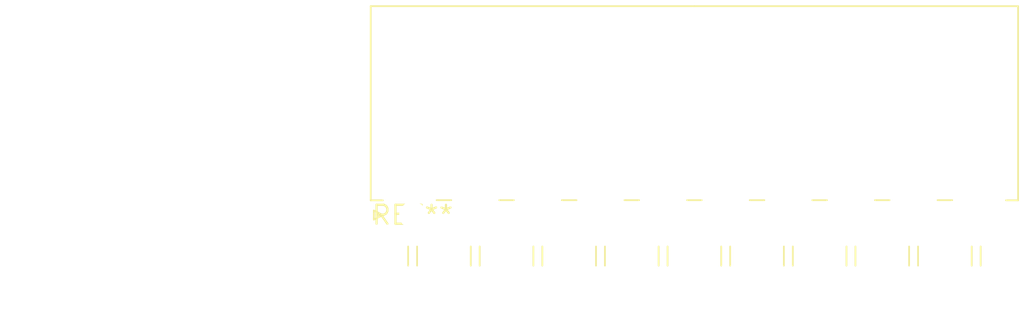
<source format=kicad_pcb>
(kicad_pcb (version 20240108) (generator pcbnew)
  (layers (0 "F.Cu" signal) (31 "B.Cu" signal) (34 "B.Paste" user) (35 "F.Paste" user) (36 "B.SilkS" user "B.Silkscreen") (37 "F.SilkS" user "F.Silkscreen") (38 "B.Mask" user) (39 "F.Mask" user) (44 "Edge.Cuts" user))
  (net 0 "")
  (footprint "Molex_Mini-Fit_Jr_5569-20A2_2x10_P4.20mm_Horizontal" (layer "F.Cu") (at 0 0)
    (property "Reference" "REF**")
    (property "Value" "Molex_Mini-Fit_Jr_5569-20A2_2x10_P4.20mm_Horizontal")
    (fp_line (start -2.81 -14.01) (end 18.9 -14.01) (layer "F.SilkS") (stroke (width 0.12)))
    (fp_line (start -2.81 -0.99) (end -2.81 -14.01) (layer "F.SilkS") (stroke (width 0.12)))
    (fp_line (start -2.6 -0.3) (end -2 0) (layer "F.SilkS") (stroke (width 0.12)))
    (fp_line (start -2.6 0.3) (end -2.6 -0.3) (layer "F.SilkS") (stroke (width 0.12)))
    (fp_line (start -2 -0.99) (end -2.81 -0.99) (layer "F.SilkS") (stroke (width 0.12)))
    (fp_line (start -2 0) (end -2.6 0.3) (layer "F.SilkS") (stroke (width 0.12)))
    (fp_line (start -0.3 2.11) (end -0.3 3.39) (layer "F.SilkS") (stroke (width 0.12)))
    (fp_line (start 0.3 2.11) (end 0.3 3.39) (layer "F.SilkS") (stroke (width 0.12)))
    (fp_line (start 1.61 -1) (end 2.59 -1) (layer "F.SilkS") (stroke (width 0.12)))
    (fp_line (start 3.9 2.11) (end 3.9 3.39) (layer "F.SilkS") (stroke (width 0.12)))
    (fp_line (start 4.5 2.11) (end 4.5 3.39) (layer "F.SilkS") (stroke (width 0.12)))
    (fp_line (start 5.81 -1) (end 6.79 -1) (layer "F.SilkS") (stroke (width 0.12)))
    (fp_line (start 8.1 2.11) (end 8.1 3.39) (layer "F.SilkS") (stroke (width 0.12)))
    (fp_line (start 8.7 2.11) (end 8.7 3.39) (layer "F.SilkS") (stroke (width 0.12)))
    (fp_line (start 10.01 -1) (end 10.99 -1) (layer "F.SilkS") (stroke (width 0.12)))
    (fp_line (start 12.3 2.11) (end 12.3 3.39) (layer "F.SilkS") (stroke (width 0.12)))
    (fp_line (start 12.9 2.11) (end 12.9 3.39) (layer "F.SilkS") (stroke (width 0.12)))
    (fp_line (start 14.21 -1) (end 15.19 -1) (layer "F.SilkS") (stroke (width 0.12)))
    (fp_line (start 16.5 2.11) (end 16.5 3.39) (layer "F.SilkS") (stroke (width 0.12)))
    (fp_line (start 17.1 2.11) (end 17.1 3.39) (layer "F.SilkS") (stroke (width 0.12)))
    (fp_line (start 18.41 -1) (end 19.39 -1) (layer "F.SilkS") (stroke (width 0.12)))
    (fp_line (start 20.7 2.11) (end 20.7 3.39) (layer "F.SilkS") (stroke (width 0.12)))
    (fp_line (start 21.3 2.11) (end 21.3 3.39) (layer "F.SilkS") (stroke (width 0.12)))
    (fp_line (start 22.61 -1) (end 23.59 -1) (layer "F.SilkS") (stroke (width 0.12)))
    (fp_line (start 24.9 2.11) (end 24.9 3.39) (layer "F.SilkS") (stroke (width 0.12)))
    (fp_line (start 25.5 2.11) (end 25.5 3.39) (layer "F.SilkS") (stroke (width 0.12)))
    (fp_line (start 26.81 -1) (end 27.79 -1) (layer "F.SilkS") (stroke (width 0.12)))
    (fp_line (start 29.1 2.11) (end 29.1 3.39) (layer "F.SilkS") (stroke (width 0.12)))
    (fp_line (start 29.7 2.11) (end 29.7 3.39) (layer "F.SilkS") (stroke (width 0.12)))
    (fp_line (start 31.01 -1) (end 31.99 -1) (layer "F.SilkS") (stroke (width 0.12)))
    (fp_line (start 33.3 2.11) (end 33.3 3.39) (layer "F.SilkS") (stroke (width 0.12)))
    (fp_line (start 33.9 2.11) (end 33.9 3.39) (layer "F.SilkS") (stroke (width 0.12)))
    (fp_line (start 35.21 -1) (end 36.19 -1) (layer "F.SilkS") (stroke (width 0.12)))
    (fp_line (start 37.5 2.11) (end 37.5 3.39) (layer "F.SilkS") (stroke (width 0.12)))
    (fp_line (start 38.1 2.11) (end 38.1 3.39) (layer "F.SilkS") (stroke (width 0.12)))
    (fp_line (start 39.8 -0.99) (end 40.61 -0.99) (layer "F.SilkS") (stroke (width 0.12)))
    (fp_line (start 40.61 -14.01) (end 18.9 -14.01) (layer "F.SilkS") (stroke (width 0.12)))
    (fp_line (start 40.61 -0.99) (end 40.61 -14.01) (layer "F.SilkS") (stroke (width 0.12)))
    (pad "" np_thru_hole circle (at 0 -7.3) (size 3 3) (drill 3) (layers *.Cu *.Mask))
    (pad "" np_thru_hole circle (at 37.8 -7.3) (size 3 3) (drill 3) (layers *.Cu *.Mask))
    (pad "1" thru_hole roundrect (at 0 0) (size 2.7 3.7) (drill 1.8) (layers *.Cu *.Mask) (remove_unused_layers) (roundrect_rratio 0.092593))
    (pad "2" thru_hole oval (at 4.2 0) (size 2.7 3.7) (drill 1.8) (layers *.Cu *.Mask) (remove_unused_layers))
    (pad "3" thru_hole oval (at 8.4 0) (size 2.7 3.7) (drill 1.8) (layers *.Cu *.Mask) (remove_unused_layers))
    (pad "4" thru_hole oval (at 12.6 0) (size 2.7 3.7) (drill 1.8) (layers *.Cu *.Mask) (remove_unused_layers))
    (pad "5" thru_hole oval (at 16.8 0) (size 2.7 3.7) (drill 1.8) (layers *.Cu *.Mask) (remove_unused_layers))
    (pad "6" thru_hole oval (at 21 0) (size 2.7 3.7) (drill 1.8) (layers *.Cu *.Mask) (remove_unused_layers))
    (pad "7" thru_hole oval (at 25.2 0) (size 2.7 3.7) (drill 1.8) (layers *.Cu *.Mask) (remove_unused_layers))
    (pad "8" thru_hole oval (at 29.4 0) (size 2.7 3.7) (drill 1.8) (layers *.Cu *.Mask) (remove_unused_layers))
    (pad "9" thru_hole oval (at 33.6 0) (size 2.7 3.7) (drill 1.8) (layers *.Cu *.Mask) (remove_unused_layers))
    (pad "10" thru_hole oval (at 37.8 0) (size 2.7 3.7) (drill 1.8) (layers *.Cu *.Mask) (remove_unused_layers))
    (pad "11" thru_hole oval (at 0 5.5) (size 2.7 3.7) (drill 1.8) (layers *.Cu *.Mask) (remove_unused_layers))
    (pad "12" thru_hole oval (at 4.2 5.5) (size 2.7 3.7) (drill 1.8) (layers *.Cu *.Mask) (remove_unused_layers))
    (pad "13" thru_hole oval (at 8.4 5.5) (size 2.7 3.7) (drill 1.8) (layers *.Cu *.Mask) (remove_unused_layers))
    (pad "14" thru_hole oval (at 12.6 5.5) (size 2.7 3.7) (drill 1.8) (layers *.Cu *.Mask) (remove_unused_layers))
    (pad "15" thru_hole oval (at 16.8 5.5) (size 2.7 3.7) (drill 1.8) (layers *.Cu *.Mask) (remove_unused_layers))
    (pad "16" thru_hole oval (at 21 5.5) (size 2.7 3.7) (drill 1.8) (layers *.Cu *.Mask) (remove_unused_layers))
    (pad "17" thru_hole oval (at 25.2 5.5) (size 2.7 3.7) (drill 1.8) (layers *.Cu *.Mask) (remove_unused_layers))
    (pad "18" thru_hole oval (at 29.4 5.5) (size 2.7 3.7) (drill 1.8) (layers *.Cu *.Mask) (remove_unused_layers))
    (pad "19" thru_hole oval (at 33.6 5.5) (size 2.7 3.7) (drill 1.8) (layers *.Cu *.Mask) (remove_unused_layers))
    (pad "20" thru_hole oval (at 37.8 5.5) (size 2.7 3.7) (drill 1.8) (layers *.Cu *.Mask) (remove_unused_layers))
  )
)
</source>
